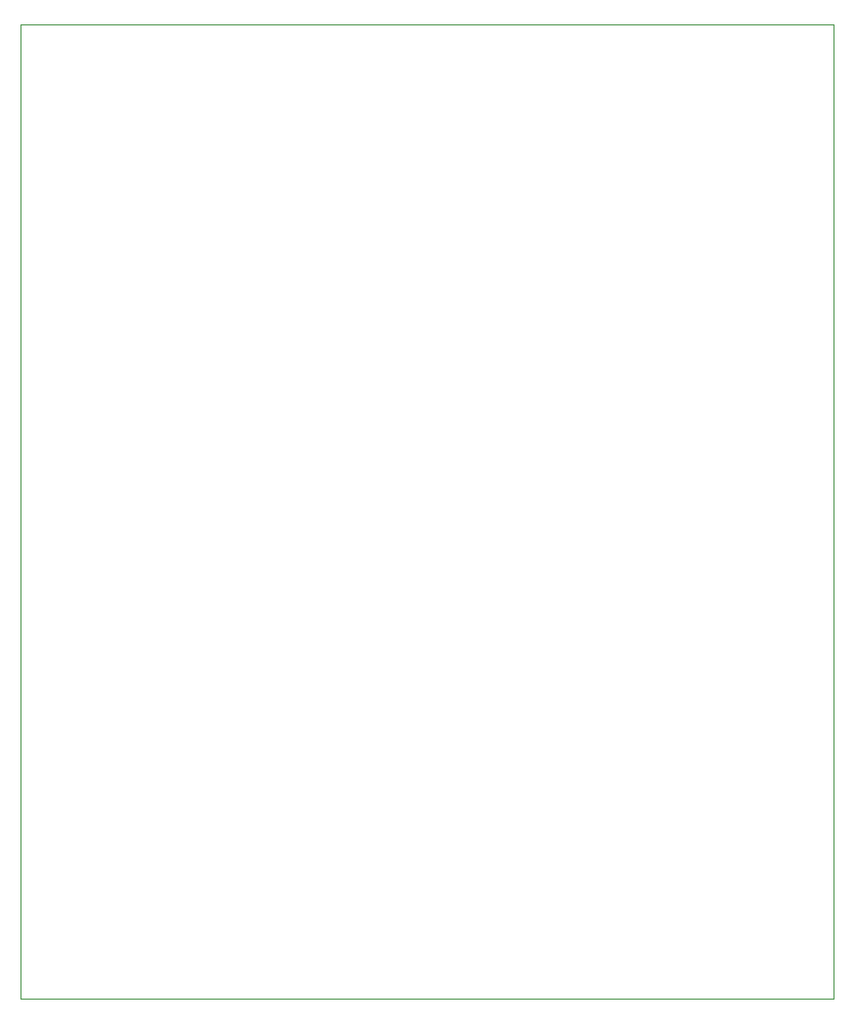
<source format=gbr>
%TF.GenerationSoftware,KiCad,Pcbnew,7.0.7*%
%TF.CreationDate,2024-06-05T22:00:53-04:00*%
%TF.ProjectId,Ground Receiver v2,47726f75-6e64-4205-9265-636569766572,rev?*%
%TF.SameCoordinates,Original*%
%TF.FileFunction,Profile,NP*%
%FSLAX46Y46*%
G04 Gerber Fmt 4.6, Leading zero omitted, Abs format (unit mm)*
G04 Created by KiCad (PCBNEW 7.0.7) date 2024-06-05 22:00:53*
%MOMM*%
%LPD*%
G01*
G04 APERTURE LIST*
%TA.AperFunction,Profile*%
%ADD10C,0.100000*%
%TD*%
G04 APERTURE END LIST*
D10*
X113500000Y-59500000D02*
X184000000Y-59500000D01*
X184000000Y-144000000D01*
X113500000Y-144000000D01*
X113500000Y-59500000D01*
M02*

</source>
